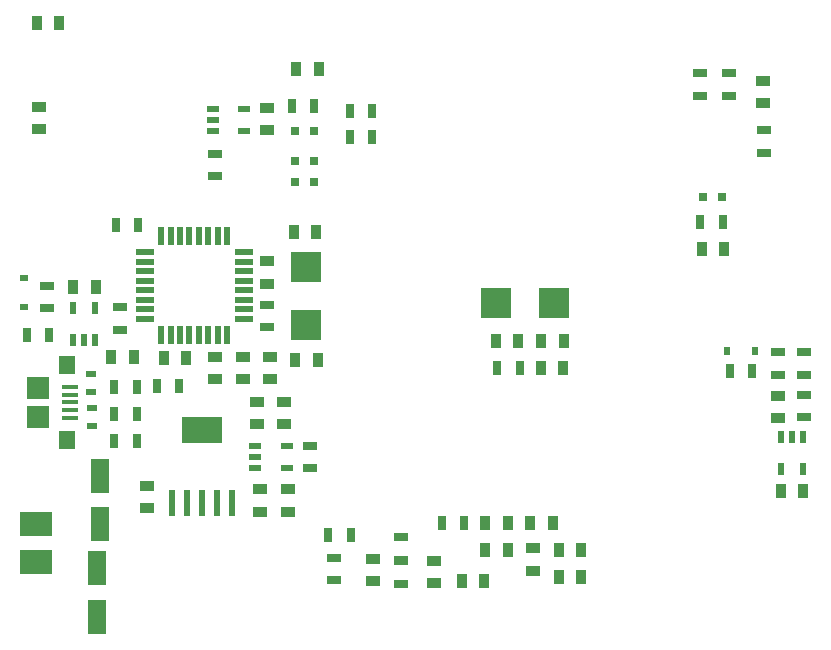
<source format=gtp>
G04 Layer_Color=8421504*
%FSLAX44Y44*%
%MOMM*%
G71*
G01*
G75*
%ADD10R,0.6858X0.5588*%
%ADD11R,0.5588X0.6858*%
%ADD12R,1.3000X0.9000*%
%ADD13R,0.9000X1.3000*%
%ADD14R,1.3000X0.7000*%
%ADD15R,0.7000X1.3000*%
%ADD16R,1.4000X1.6000*%
%ADD17R,1.9000X1.9000*%
%ADD18R,1.3500X0.4000*%
%ADD19R,0.9000X0.6000*%
%ADD20R,2.5000X2.6000*%
%ADD21R,2.6000X2.5000*%
%ADD22R,0.5500X1.0000*%
%ADD23R,1.0000X0.5500*%
%ADD24R,0.6000X2.2000*%
%ADD25R,3.5000X2.2000*%
%ADD26R,1.5000X0.5500*%
%ADD27R,0.5500X1.5000*%
%ADD28R,0.8000X0.8000*%
%ADD29R,2.7000X2.0000*%
%ADD31R,1.6000X3.0000*%
D10*
X9750Y306192D02*
D03*
Y281808D02*
D03*
D11*
X629192Y244250D02*
D03*
X604808D02*
D03*
D12*
X218000Y220500D02*
D03*
Y239500D02*
D03*
X195000Y220500D02*
D03*
Y239500D02*
D03*
X216000Y301500D02*
D03*
Y320500D02*
D03*
X172000Y220500D02*
D03*
Y239500D02*
D03*
X23000Y451500D02*
D03*
Y432500D02*
D03*
X635750Y473250D02*
D03*
Y454250D02*
D03*
X114000Y130500D02*
D03*
Y111500D02*
D03*
X305000Y68500D02*
D03*
Y49500D02*
D03*
X357000Y48000D02*
D03*
Y67000D02*
D03*
X216000Y431500D02*
D03*
Y450500D02*
D03*
X230000Y182500D02*
D03*
Y201500D02*
D03*
X233000Y108500D02*
D03*
Y127500D02*
D03*
X648000Y206500D02*
D03*
Y187500D02*
D03*
X210000Y108500D02*
D03*
Y127500D02*
D03*
X207000Y182500D02*
D03*
Y201500D02*
D03*
X441000Y58500D02*
D03*
Y77500D02*
D03*
D13*
X128000Y238250D02*
D03*
X147000D02*
D03*
X238500Y345000D02*
D03*
X257500D02*
D03*
X258500Y237000D02*
D03*
X239500D02*
D03*
X380500Y50000D02*
D03*
X399500D02*
D03*
X583500Y331000D02*
D03*
X602500D02*
D03*
X20500Y522000D02*
D03*
X39500D02*
D03*
X240500Y483000D02*
D03*
X259500D02*
D03*
X462500Y76000D02*
D03*
X481500D02*
D03*
X447500Y230000D02*
D03*
X466500D02*
D03*
X400500Y76000D02*
D03*
X419500D02*
D03*
X400500Y99000D02*
D03*
X419500D02*
D03*
X438500D02*
D03*
X457500D02*
D03*
X409500Y253000D02*
D03*
X428500D02*
D03*
X448000Y252750D02*
D03*
X467000D02*
D03*
X51500Y298500D02*
D03*
X70500D02*
D03*
X669500Y126000D02*
D03*
X650500D02*
D03*
X102750Y239250D02*
D03*
X83750D02*
D03*
X481500Y53000D02*
D03*
X462500D02*
D03*
D14*
X582000Y460500D02*
D03*
Y479500D02*
D03*
X607000D02*
D03*
Y460500D02*
D03*
X172000Y392500D02*
D03*
Y411500D02*
D03*
X91000Y281500D02*
D03*
Y262500D02*
D03*
X216000Y283500D02*
D03*
Y264500D02*
D03*
X636000Y412500D02*
D03*
Y431500D02*
D03*
X329000Y68000D02*
D03*
Y87000D02*
D03*
Y66500D02*
D03*
Y47500D02*
D03*
X272000Y69500D02*
D03*
Y50500D02*
D03*
X252000Y164500D02*
D03*
Y145500D02*
D03*
X29750Y299750D02*
D03*
Y280750D02*
D03*
X670000Y224500D02*
D03*
Y243500D02*
D03*
Y188500D02*
D03*
Y207500D02*
D03*
X648000Y224500D02*
D03*
Y243500D02*
D03*
D15*
X304500Y448000D02*
D03*
X285500D02*
D03*
Y426000D02*
D03*
X304500D02*
D03*
X141500Y215000D02*
D03*
X122500D02*
D03*
X87500Y351000D02*
D03*
X106500D02*
D03*
X86500Y214000D02*
D03*
X105500D02*
D03*
Y191000D02*
D03*
X86500D02*
D03*
Y168000D02*
D03*
X105500D02*
D03*
X363500Y99000D02*
D03*
X382500D02*
D03*
X607250Y227500D02*
D03*
X626250D02*
D03*
X582500Y354000D02*
D03*
X601500D02*
D03*
X429500Y230000D02*
D03*
X410500D02*
D03*
X236500Y452000D02*
D03*
X255500D02*
D03*
X286500Y89000D02*
D03*
X267500D02*
D03*
X12000Y258000D02*
D03*
X31000D02*
D03*
D16*
X46495Y233000D02*
D03*
Y169000D02*
D03*
D17*
X21995Y213000D02*
D03*
Y189000D02*
D03*
D18*
X48745Y214000D02*
D03*
Y207500D02*
D03*
Y201000D02*
D03*
Y194500D02*
D03*
Y188000D02*
D03*
D03*
Y194500D02*
D03*
Y201000D02*
D03*
Y207500D02*
D03*
Y214000D02*
D03*
D19*
X67250Y181000D02*
D03*
Y196000D02*
D03*
X67000Y225250D02*
D03*
Y210250D02*
D03*
D20*
X409500Y285000D02*
D03*
X458500D02*
D03*
D21*
X249000Y315500D02*
D03*
Y266500D02*
D03*
D22*
X650500Y144500D02*
D03*
X669500D02*
D03*
X650500Y171500D02*
D03*
X660000D02*
D03*
X669500D02*
D03*
X70000Y281250D02*
D03*
X51000D02*
D03*
X70000Y254250D02*
D03*
X60500D02*
D03*
X51000D02*
D03*
D23*
X232500Y145500D02*
D03*
Y164500D02*
D03*
X205500Y145500D02*
D03*
Y155000D02*
D03*
Y164500D02*
D03*
X196500Y430500D02*
D03*
Y449500D02*
D03*
X169500Y430500D02*
D03*
Y440000D02*
D03*
Y449500D02*
D03*
D24*
X186400Y116000D02*
D03*
X173700D02*
D03*
X161000D02*
D03*
X148300D02*
D03*
X135600D02*
D03*
D25*
X161000Y178000D02*
D03*
D26*
X196000Y272000D02*
D03*
Y280000D02*
D03*
Y288000D02*
D03*
Y296000D02*
D03*
Y304000D02*
D03*
Y312000D02*
D03*
Y320000D02*
D03*
Y328000D02*
D03*
X112000D02*
D03*
Y320000D02*
D03*
Y312000D02*
D03*
Y304000D02*
D03*
Y296000D02*
D03*
Y288000D02*
D03*
Y280000D02*
D03*
Y272000D02*
D03*
D27*
X182000Y342000D02*
D03*
X174000D02*
D03*
X166000D02*
D03*
X158000D02*
D03*
X150000D02*
D03*
X142000D02*
D03*
X134000D02*
D03*
X126000D02*
D03*
Y258000D02*
D03*
X134000D02*
D03*
X142000D02*
D03*
X150000D02*
D03*
X158000D02*
D03*
X166000D02*
D03*
X174000D02*
D03*
X182000D02*
D03*
D28*
X239000Y431000D02*
D03*
X255000D02*
D03*
X585000Y375000D02*
D03*
X601000D02*
D03*
X239000Y388000D02*
D03*
X255000D02*
D03*
X239000Y405000D02*
D03*
X255000D02*
D03*
D29*
X20000Y98000D02*
D03*
Y66000D02*
D03*
D31*
X72000Y60500D02*
D03*
Y19500D02*
D03*
X74000Y139000D02*
D03*
Y98000D02*
D03*
M02*

</source>
